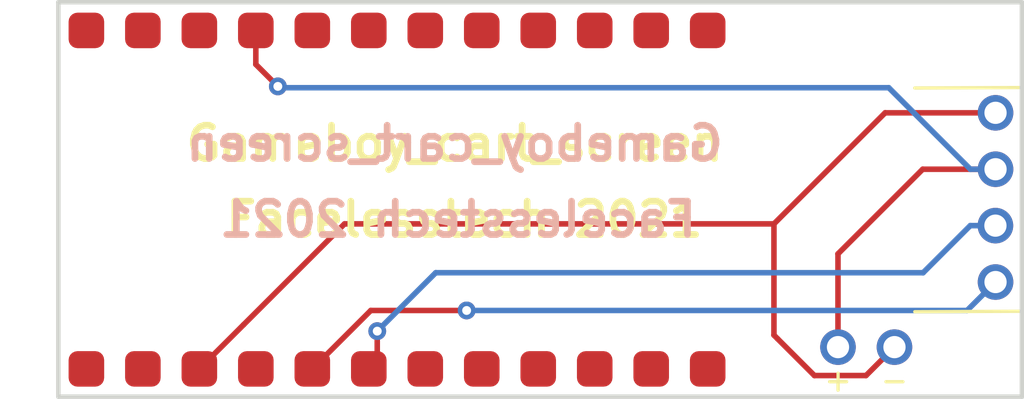
<source format=kicad_pcb>
(kicad_pcb (version 20171130) (host pcbnew 5.0.2+dfsg1-1~bpo9+1)

  (general
    (thickness 1.6)
    (drawings 8)
    (tracks 32)
    (zones 0)
    (modules 3)
    (nets 25)
  )

  (page A4)
  (layers
    (0 F.Cu signal)
    (31 B.Cu signal)
    (32 B.Adhes user)
    (33 F.Adhes user)
    (34 B.Paste user)
    (35 F.Paste user)
    (36 B.SilkS user)
    (37 F.SilkS user)
    (38 B.Mask user)
    (39 F.Mask user)
    (40 Dwgs.User user)
    (41 Cmts.User user)
    (42 Eco1.User user)
    (43 Eco2.User user)
    (44 Edge.Cuts user)
    (45 Margin user)
    (46 B.CrtYd user)
    (47 F.CrtYd user)
    (48 B.Fab user)
    (49 F.Fab user)
  )

  (setup
    (last_trace_width 0.25)
    (trace_clearance 0.2)
    (zone_clearance 0.508)
    (zone_45_only no)
    (trace_min 0.2)
    (segment_width 0.2)
    (edge_width 0.15)
    (via_size 0.8)
    (via_drill 0.4)
    (via_min_size 0.4)
    (via_min_drill 0.3)
    (uvia_size 0.3)
    (uvia_drill 0.1)
    (uvias_allowed no)
    (uvia_min_size 0.2)
    (uvia_min_drill 0.1)
    (pcb_text_width 0.3)
    (pcb_text_size 1.5 1.5)
    (mod_edge_width 0.15)
    (mod_text_size 1 1)
    (mod_text_width 0.15)
    (pad_size 1.524 1.524)
    (pad_drill 0.762)
    (pad_to_mask_clearance 0.051)
    (solder_mask_min_width 0.25)
    (aux_axis_origin 0 0)
    (visible_elements FFFFFF7F)
    (pcbplotparams
      (layerselection 0x010f0_ffffffff)
      (usegerberextensions false)
      (usegerberattributes false)
      (usegerberadvancedattributes false)
      (creategerberjobfile false)
      (excludeedgelayer true)
      (linewidth 0.100000)
      (plotframeref false)
      (viasonmask false)
      (mode 1)
      (useauxorigin false)
      (hpglpennumber 1)
      (hpglpenspeed 20)
      (hpglpendiameter 15.000000)
      (psnegative false)
      (psa4output false)
      (plotreference true)
      (plotvalue true)
      (plotinvisibletext false)
      (padsonsilk false)
      (subtractmaskfromsilk false)
      (outputformat 1)
      (mirror false)
      (drillshape 0)
      (scaleselection 1)
      (outputdirectory "gerbers/"))
  )

  (net 0 "")
  (net 1 "Net-(U2-Pad1)")
  (net 2 "Net-(U2-Pad2)")
  (net 3 "Net-(U1-Pad1)")
  (net 4 "Net-(U2-Pad4)")
  (net 5 "Net-(U1-Pad4)")
  (net 6 "Net-(U1-Pad3)")
  (net 7 "Net-(U2-Pad7)")
  (net 8 "Net-(U2-Pad8)")
  (net 9 "Net-(U2-Pad9)")
  (net 10 "Net-(U2-Pad10)")
  (net 11 "Net-(U2-Pad11)")
  (net 12 "Net-(U2-Pad12)")
  (net 13 "Net-(U2-Pad13)")
  (net 14 "Net-(U2-Pad14)")
  (net 15 "Net-(U2-Pad15)")
  (net 16 "Net-(U2-Pad16)")
  (net 17 "Net-(U2-Pad17)")
  (net 18 "Net-(U2-Pad18)")
  (net 19 "Net-(U2-Pad19)")
  (net 20 "Net-(U2-Pad20)")
  (net 21 "Net-(U1-Pad2)")
  (net 22 "Net-(U2-Pad22)")
  (net 23 "Net-(U2-Pad23)")
  (net 24 "Net-(U2-Pad24)")

  (net_class Default "This is the default net class."
    (clearance 0.2)
    (trace_width 0.25)
    (via_dia 0.8)
    (via_drill 0.4)
    (uvia_dia 0.3)
    (uvia_drill 0.1)
    (add_net "Net-(U1-Pad1)")
    (add_net "Net-(U1-Pad2)")
    (add_net "Net-(U1-Pad3)")
    (add_net "Net-(U1-Pad4)")
    (add_net "Net-(U2-Pad1)")
    (add_net "Net-(U2-Pad10)")
    (add_net "Net-(U2-Pad11)")
    (add_net "Net-(U2-Pad12)")
    (add_net "Net-(U2-Pad13)")
    (add_net "Net-(U2-Pad14)")
    (add_net "Net-(U2-Pad15)")
    (add_net "Net-(U2-Pad16)")
    (add_net "Net-(U2-Pad17)")
    (add_net "Net-(U2-Pad18)")
    (add_net "Net-(U2-Pad19)")
    (add_net "Net-(U2-Pad2)")
    (add_net "Net-(U2-Pad20)")
    (add_net "Net-(U2-Pad22)")
    (add_net "Net-(U2-Pad23)")
    (add_net "Net-(U2-Pad24)")
    (add_net "Net-(U2-Pad4)")
    (add_net "Net-(U2-Pad7)")
    (add_net "Net-(U2-Pad8)")
    (add_net "Net-(U2-Pad9)")
  )

  (module screens:oled_128_32 (layer F.Cu) (tedit 604E646E) (tstamp 60669C29)
    (at 172.09508 72.76 270)
    (path /604E3763)
    (fp_text reference U1 (at 0 -2.26568 270) (layer F.SilkS) hide
      (effects (font (size 1 1) (thickness 0.15)))
    )
    (fp_text value oled_screen_128_32 (at 0.02032 -3.82016 270) (layer F.Fab) hide
      (effects (font (size 1 1) (thickness 0.15)))
    )
    (fp_line (start -4.94792 -1.17856) (end 5.12572 -1.17856) (layer F.SilkS) (width 0.15))
    (fp_line (start 5.12572 -1.17856) (end 5.14604 3.6322) (layer F.SilkS) (width 0.15))
    (fp_line (start -4.94792 -1.17856) (end -4.9276 3.6322) (layer F.SilkS) (width 0.15))
    (pad 1 thru_hole circle (at -3.81 0 270) (size 1.6 1.6) (drill 1) (layers *.Cu *.Mask)
      (net 3 "Net-(U1-Pad1)"))
    (pad 2 thru_hole circle (at -1.27 0 270) (size 1.6 1.6) (drill 1) (layers *.Cu *.Mask)
      (net 21 "Net-(U1-Pad2)"))
    (pad 3 thru_hole circle (at 1.27 0.00508 270) (size 1.6 1.6) (drill 1) (layers *.Cu *.Mask)
      (net 6 "Net-(U1-Pad3)"))
    (pad 4 thru_hole circle (at 3.81 0 270) (size 1.6 1.6) (drill 1) (layers *.Cu *.Mask)
      (net 5 "Net-(U1-Pad4)"))
  )

  (module promicro:ProMicro_smd_pads (layer F.Cu) (tedit 604E6472) (tstamp 605AC365)
    (at 145.18 72.86)
    (descr "Pro Micro footprint")
    (tags "promicro ProMicro")
    (path /604E34C7)
    (fp_text reference U2 (at 0 -10.16) (layer F.SilkS) hide
      (effects (font (size 1 1) (thickness 0.15)))
    )
    (fp_text value ProMicro (at 0 10.16) (layer F.Fab) hide
      (effects (font (size 1 1) (thickness 0.15)))
    )
    (fp_line (start -15.24 8.89) (end 15.24 8.89) (layer B.Fab) (width 0.15))
    (fp_line (start -15.24 8.89) (end -15.24 3.81) (layer B.Fab) (width 0.15))
    (fp_line (start -15.24 3.81) (end -17.78 3.81) (layer B.Fab) (width 0.15))
    (fp_line (start -17.78 3.81) (end -17.78 -3.81) (layer B.Fab) (width 0.15))
    (fp_line (start -17.78 -3.81) (end -15.24 -3.81) (layer B.Fab) (width 0.15))
    (fp_line (start -15.24 -3.81) (end -15.24 -8.89) (layer B.Fab) (width 0.15))
    (fp_line (start -15.24 -8.89) (end 15.24 -8.89) (layer B.Fab) (width 0.15))
    (fp_line (start 15.24 -8.89) (end 15.24 8.89) (layer B.Fab) (width 0.15))
    (pad 1 smd roundrect (at -13.97 7.62) (size 1.6 1.6) (layers F.Cu F.Paste F.Mask) (roundrect_rratio 0.25)
      (net 1 "Net-(U2-Pad1)"))
    (pad 2 smd roundrect (at -11.43 7.62) (size 1.6 1.6) (layers F.Cu F.Paste F.Mask) (roundrect_rratio 0.25)
      (net 2 "Net-(U2-Pad2)"))
    (pad 3 smd roundrect (at -8.89 7.62) (size 1.6 1.6) (layers F.Cu F.Paste F.Mask) (roundrect_rratio 0.25)
      (net 3 "Net-(U1-Pad1)"))
    (pad 4 smd roundrect (at -6.35 7.62) (size 1.6 1.6) (layers F.Cu F.Paste F.Mask) (roundrect_rratio 0.25)
      (net 4 "Net-(U2-Pad4)"))
    (pad 5 smd roundrect (at -3.81 7.62) (size 1.6 1.6) (layers F.Cu F.Paste F.Mask) (roundrect_rratio 0.25)
      (net 5 "Net-(U1-Pad4)"))
    (pad 6 smd roundrect (at -1.27 7.62) (size 1.6 1.6) (layers F.Cu F.Paste F.Mask) (roundrect_rratio 0.25)
      (net 6 "Net-(U1-Pad3)"))
    (pad 7 smd roundrect (at 1.27 7.62) (size 1.6 1.6) (layers F.Cu F.Paste F.Mask) (roundrect_rratio 0.25)
      (net 7 "Net-(U2-Pad7)"))
    (pad 8 smd roundrect (at 3.81 7.62) (size 1.6 1.6) (layers F.Cu F.Paste F.Mask) (roundrect_rratio 0.25)
      (net 8 "Net-(U2-Pad8)"))
    (pad 9 smd roundrect (at 6.35 7.62) (size 1.6 1.6) (layers F.Cu F.Paste F.Mask) (roundrect_rratio 0.25)
      (net 9 "Net-(U2-Pad9)"))
    (pad 10 smd roundrect (at 8.89 7.62) (size 1.6 1.6) (layers F.Cu F.Paste F.Mask) (roundrect_rratio 0.25)
      (net 10 "Net-(U2-Pad10)"))
    (pad 11 smd roundrect (at 11.43 7.62) (size 1.6 1.6) (layers F.Cu F.Paste F.Mask) (roundrect_rratio 0.25)
      (net 11 "Net-(U2-Pad11)"))
    (pad 12 smd roundrect (at 13.97 7.62) (size 1.6 1.6) (layers F.Cu F.Paste F.Mask) (roundrect_rratio 0.25)
      (net 12 "Net-(U2-Pad12)"))
    (pad 13 smd roundrect (at 13.97 -7.62) (size 1.6 1.6) (layers F.Cu F.Paste F.Mask) (roundrect_rratio 0.25)
      (net 13 "Net-(U2-Pad13)"))
    (pad 14 smd roundrect (at 11.43 -7.62) (size 1.6 1.6) (layers F.Cu F.Paste F.Mask) (roundrect_rratio 0.25)
      (net 14 "Net-(U2-Pad14)"))
    (pad 15 connect roundrect (at 8.89 -7.62) (size 1.6 1.6) (layers F.Cu F.Mask) (roundrect_rratio 0.25)
      (net 15 "Net-(U2-Pad15)"))
    (pad 16 smd roundrect (at 6.35 -7.62) (size 1.6 1.6) (layers F.Cu F.Paste F.Mask) (roundrect_rratio 0.25)
      (net 16 "Net-(U2-Pad16)"))
    (pad 17 smd roundrect (at 3.81 -7.62) (size 1.6 1.6) (layers F.Cu F.Paste F.Mask) (roundrect_rratio 0.25)
      (net 17 "Net-(U2-Pad17)"))
    (pad 18 smd roundrect (at 1.27 -7.62) (size 1.6 1.6) (layers F.Cu F.Paste F.Mask) (roundrect_rratio 0.25)
      (net 18 "Net-(U2-Pad18)"))
    (pad 19 smd roundrect (at -1.27 -7.62) (size 1.6 1.6) (layers F.Cu F.Paste F.Mask) (roundrect_rratio 0.25)
      (net 19 "Net-(U2-Pad19)"))
    (pad 20 smd roundrect (at -3.81 -7.62) (size 1.6 1.6) (layers F.Cu F.Paste F.Mask) (roundrect_rratio 0.25)
      (net 20 "Net-(U2-Pad20)"))
    (pad 21 smd roundrect (at -6.35 -7.62) (size 1.6 1.6) (layers F.Cu F.Paste F.Mask) (roundrect_rratio 0.25)
      (net 21 "Net-(U1-Pad2)"))
    (pad 22 smd roundrect (at -8.89 -7.62) (size 1.6 1.6) (layers F.Cu F.Paste F.Mask) (roundrect_rratio 0.25)
      (net 22 "Net-(U2-Pad22)"))
    (pad 23 smd roundrect (at -11.43 -7.62) (size 1.6 1.6) (layers F.Cu F.Paste F.Mask) (roundrect_rratio 0.25)
      (net 23 "Net-(U2-Pad23)"))
    (pad 24 smd roundrect (at -13.97 -7.62) (size 1.6 1.6) (layers F.Cu F.Paste F.Mask) (roundrect_rratio 0.25)
      (net 24 "Net-(U2-Pad24)"))
  )

  (module battery_connector_custom:vcc_gnd_2pin_custom (layer F.Cu) (tedit 604E64D4) (tstamp 60669C31)
    (at 166.28 79.5 180)
    (path /604E3B9B)
    (fp_text reference U3 (at 0 2.04216 180) (layer F.SilkS) hide
      (effects (font (size 1 1) (thickness 0.15)))
    )
    (fp_text value battery_custom (at 0 -2.50952 180) (layer F.Fab) hide
      (effects (font (size 1 1) (thickness 0.15)))
    )
    (fp_text user - (at -1.27 -1.48336 180) (layer F.SilkS)
      (effects (font (size 1 1) (thickness 0.15)))
    )
    (fp_text user + (at 1.26492 -1.48336 180) (layer F.SilkS)
      (effects (font (size 1 1) (thickness 0.15)))
    )
    (pad 1 thru_hole circle (at -1.27 0 180) (size 1.6 1.6) (drill 1) (layers *.Cu *.Mask)
      (net 3 "Net-(U1-Pad1)"))
    (pad 2 thru_hole circle (at 1.27 0 180) (size 1.6 1.6) (drill 1) (layers *.Cu *.Mask)
      (net 21 "Net-(U1-Pad2)"))
  )

  (gr_text "Facelesstech 2021" (at 147.92 73.75) (layer B.SilkS) (tstamp 6066A05B)
    (effects (font (size 1.5 1.5) (thickness 0.3)) (justify mirror))
  )
  (gr_text Gameboy_cart_screen (at 147.77 70.33) (layer B.SilkS) (tstamp 6066A032)
    (effects (font (size 1.5 1.5) (thickness 0.3)) (justify mirror))
  )
  (gr_text "Facelesstech 2021" (at 148.21 73.75) (layer F.SilkS)
    (effects (font (size 1.5 1.5) (thickness 0.3)))
  )
  (gr_text Gameboy_cart_screen (at 147.77 70.33) (layer F.SilkS)
    (effects (font (size 1.5 1.5) (thickness 0.3)))
  )
  (gr_line (start 129.96 81.73) (end 173.29 81.73) (layer Edge.Cuts) (width 0.2) (tstamp 60669CE8))
  (gr_line (start 129.95 63.97) (end 129.95 81.74) (layer Edge.Cuts) (width 0.2) (tstamp 60669CDF))
  (gr_line (start 173.28 63.97) (end 173.28 81.74) (layer Edge.Cuts) (width 0.2))
  (gr_line (start 129.95 63.97) (end 173.28 63.97) (layer Edge.Cuts) (width 0.2))

  (segment (start 167.55 79.5) (end 166.27 80.78) (width 0.25) (layer F.Cu) (net 3))
  (segment (start 166.27 80.78) (end 163.95 80.78) (width 0.25) (layer F.Cu) (net 3))
  (segment (start 162.13 78.96) (end 162.13 73.95) (width 0.25) (layer F.Cu) (net 3))
  (segment (start 167.13 68.95) (end 172.09508 68.95) (width 0.25) (layer F.Cu) (net 3))
  (segment (start 162.13 73.95) (end 167.13 68.95) (width 0.25) (layer F.Cu) (net 3))
  (segment (start 136.29 80.48) (end 138.28 78.49) (width 0.25) (layer F.Cu) (net 3))
  (segment (start 163.95 80.78) (end 162.3 79.13) (width 0.25) (layer F.Cu) (net 3))
  (segment (start 162.3 79.13) (end 162.13 78.96) (width 0.25) (layer F.Cu) (net 3))
  (segment (start 142.82 73.95) (end 138.28 78.49) (width 0.25) (layer F.Cu) (net 3))
  (segment (start 162.13 73.95) (end 142.82 73.95) (width 0.25) (layer F.Cu) (net 3))
  (via (at 148.31 77.85) (size 0.8) (drill 0.4) (layers F.Cu B.Cu) (net 5))
  (segment (start 170.81508 77.85) (end 148.31 77.85) (width 0.25) (layer B.Cu) (net 5))
  (segment (start 172.09508 76.57) (end 170.81508 77.85) (width 0.25) (layer B.Cu) (net 5))
  (segment (start 144 77.85) (end 141.37 80.48) (width 0.25) (layer F.Cu) (net 5))
  (segment (start 148.31 77.85) (end 144 77.85) (width 0.25) (layer F.Cu) (net 5))
  (segment (start 170.95863 74.03) (end 168.83863 76.15) (width 0.25) (layer B.Cu) (net 6))
  (segment (start 172.09 74.03) (end 170.95863 74.03) (width 0.25) (layer B.Cu) (net 6))
  (via (at 144.29 78.78) (size 0.8) (drill 0.4) (layers F.Cu B.Cu) (net 6))
  (segment (start 146.92 76.15) (end 144.29 78.78) (width 0.25) (layer B.Cu) (net 6))
  (segment (start 168.83863 76.15) (end 146.92 76.15) (width 0.25) (layer B.Cu) (net 6))
  (segment (start 144.29 80.1) (end 143.91 80.48) (width 0.25) (layer F.Cu) (net 6))
  (segment (start 144.29 78.78) (end 144.29 80.1) (width 0.25) (layer F.Cu) (net 6))
  (segment (start 165.01 79.5) (end 165.01 75.3) (width 0.25) (layer F.Cu) (net 21))
  (segment (start 168.82 71.49) (end 172.09508 71.49) (width 0.25) (layer F.Cu) (net 21))
  (segment (start 165.01 75.3) (end 168.82 71.49) (width 0.25) (layer F.Cu) (net 21))
  (segment (start 170.96371 71.49) (end 167.29371 67.82) (width 0.25) (layer B.Cu) (net 21))
  (segment (start 172.09508 71.49) (end 170.96371 71.49) (width 0.25) (layer B.Cu) (net 21))
  (via (at 139.82 67.76) (size 0.8) (drill 0.4) (layers F.Cu B.Cu) (net 21))
  (segment (start 139.88 67.82) (end 139.82 67.76) (width 0.25) (layer B.Cu) (net 21))
  (segment (start 167.29371 67.82) (end 139.88 67.82) (width 0.25) (layer B.Cu) (net 21))
  (segment (start 138.83 66.77) (end 138.83 65.24) (width 0.25) (layer F.Cu) (net 21))
  (segment (start 139.82 67.76) (end 138.83 66.77) (width 0.25) (layer F.Cu) (net 21))

)

</source>
